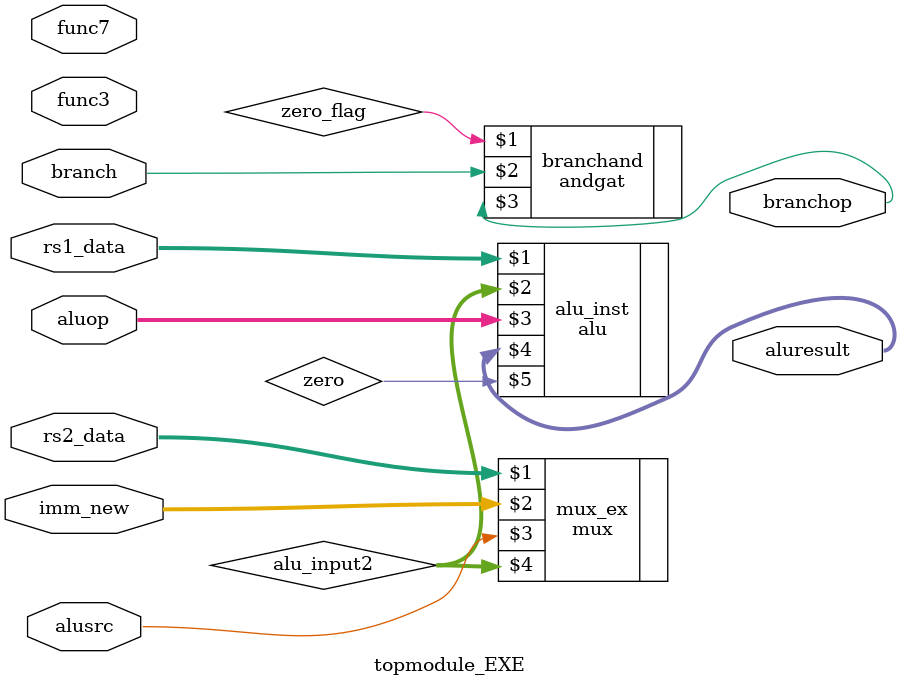
<source format=sv>
`timescale 1ns / 1ps



module topmodule_EXE (
    input logic [31:0] rs1_data,        
    input logic [31:0] rs2_data,        
    input logic [31:0] imm_new,         
    input logic alusrc,                 
    input logic branch,
    input logic [2:0]func3,
    input logic [6:0]func7,                 
    input logic [3:0] aluop,           
    output logic [31:0] aluresult,     
    output logic branchop          
);

    // Internal Signals
    logic [31:0] alu_input2;            // ALU input 2 (either rs2_data or immediate)
    logic zero_flag;                    // Zero flag from ALU (1 if ALU result is zero)

    // MUX to select between rs2_data and imm_new with select=alusrc
    mux mux_ex(rs2_data,imm_new,alusrc,alu_input2);
   
    // ALU instantiation
    alu alu_inst(rs1_data, alu_input2, aluop,aluresult,zero      
    );

    // AND gate for branch decision: branch_taken is high if both Branch and zero_flag are high
    andgat branchand(zero_flag,branch,branchop);

endmodule

</source>
